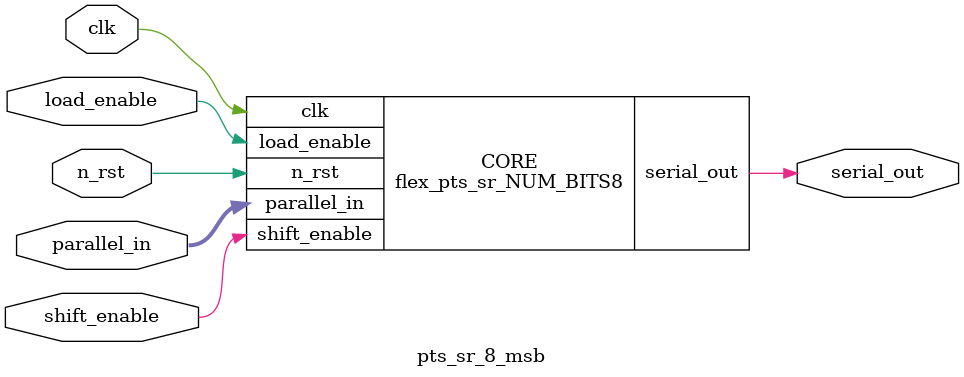
<source format=v>


module flex_pts_sr_NUM_BITS8 ( clk, n_rst, load_enable, shift_enable, 
        parallel_in, serial_out );
  input [7:0] parallel_in;
  input clk, n_rst, load_enable, shift_enable;
  output serial_out;
  wire   n28, n29, n30, n31, n32, n33, n34, n35, n9, n10, n11, n12, n13, n14,
         n15, n16, n17, n18, n19, n20, n21, n22, n23, n24, n25, n26, n27;
  wire   [6:0] state;

  DFFSR \state_reg[0]  ( .D(n35), .CLK(clk), .R(1'b1), .S(n_rst), .Q(state[0])
         );
  DFFSR \state_reg[1]  ( .D(n34), .CLK(clk), .R(1'b1), .S(n_rst), .Q(state[1])
         );
  DFFSR \state_reg[2]  ( .D(n33), .CLK(clk), .R(1'b1), .S(n_rst), .Q(state[2])
         );
  DFFSR \state_reg[3]  ( .D(n32), .CLK(clk), .R(1'b1), .S(n_rst), .Q(state[3])
         );
  DFFSR \state_reg[4]  ( .D(n31), .CLK(clk), .R(1'b1), .S(n_rst), .Q(state[4])
         );
  DFFSR \state_reg[5]  ( .D(n30), .CLK(clk), .R(1'b1), .S(n_rst), .Q(state[5])
         );
  DFFSR \state_reg[6]  ( .D(n29), .CLK(clk), .R(1'b1), .S(n_rst), .Q(state[6])
         );
  DFFSR \state_reg[7]  ( .D(n28), .CLK(clk), .R(1'b1), .S(n_rst), .Q(
        serial_out) );
  NAND2X1 U11 ( .A(n9), .B(n10), .Y(n35) );
  INVX1 U12 ( .A(n11), .Y(n10) );
  MUX2X1 U13 ( .B(parallel_in[0]), .A(state[0]), .S(n12), .Y(n9) );
  OAI21X1 U14 ( .A(n13), .B(n14), .C(n15), .Y(n34) );
  AOI22X1 U15 ( .A(n11), .B(state[0]), .C(state[1]), .D(n12), .Y(n15) );
  INVX1 U16 ( .A(parallel_in[1]), .Y(n14) );
  OAI21X1 U17 ( .A(n13), .B(n16), .C(n17), .Y(n33) );
  AOI22X1 U18 ( .A(state[1]), .B(n11), .C(state[2]), .D(n12), .Y(n17) );
  INVX1 U19 ( .A(parallel_in[2]), .Y(n16) );
  OAI21X1 U20 ( .A(n13), .B(n18), .C(n19), .Y(n32) );
  AOI22X1 U21 ( .A(state[2]), .B(n11), .C(state[3]), .D(n12), .Y(n19) );
  INVX1 U22 ( .A(parallel_in[3]), .Y(n18) );
  OAI21X1 U23 ( .A(n13), .B(n20), .C(n21), .Y(n31) );
  AOI22X1 U24 ( .A(state[3]), .B(n11), .C(state[4]), .D(n12), .Y(n21) );
  INVX1 U25 ( .A(parallel_in[4]), .Y(n20) );
  OAI21X1 U26 ( .A(n13), .B(n22), .C(n23), .Y(n30) );
  AOI22X1 U27 ( .A(state[4]), .B(n11), .C(state[5]), .D(n12), .Y(n23) );
  INVX1 U28 ( .A(parallel_in[5]), .Y(n22) );
  OAI21X1 U29 ( .A(n13), .B(n24), .C(n25), .Y(n29) );
  AOI22X1 U30 ( .A(state[5]), .B(n11), .C(state[6]), .D(n12), .Y(n25) );
  INVX1 U31 ( .A(parallel_in[6]), .Y(n24) );
  OAI21X1 U32 ( .A(n13), .B(n26), .C(n27), .Y(n28) );
  AOI22X1 U33 ( .A(state[6]), .B(n11), .C(serial_out), .D(n12), .Y(n27) );
  NOR2X1 U34 ( .A(n12), .B(load_enable), .Y(n11) );
  NOR2X1 U35 ( .A(shift_enable), .B(load_enable), .Y(n12) );
  INVX1 U36 ( .A(parallel_in[7]), .Y(n26) );
  INVX1 U37 ( .A(load_enable), .Y(n13) );
endmodule


module pts_sr_8_msb ( clk, n_rst, shift_enable, load_enable, parallel_in, 
        serial_out );
  input [7:0] parallel_in;
  input clk, n_rst, shift_enable, load_enable;
  output serial_out;


  flex_pts_sr_NUM_BITS8 CORE ( .clk(clk), .n_rst(n_rst), .load_enable(
        load_enable), .shift_enable(shift_enable), .parallel_in(parallel_in), 
        .serial_out(serial_out) );
endmodule


</source>
